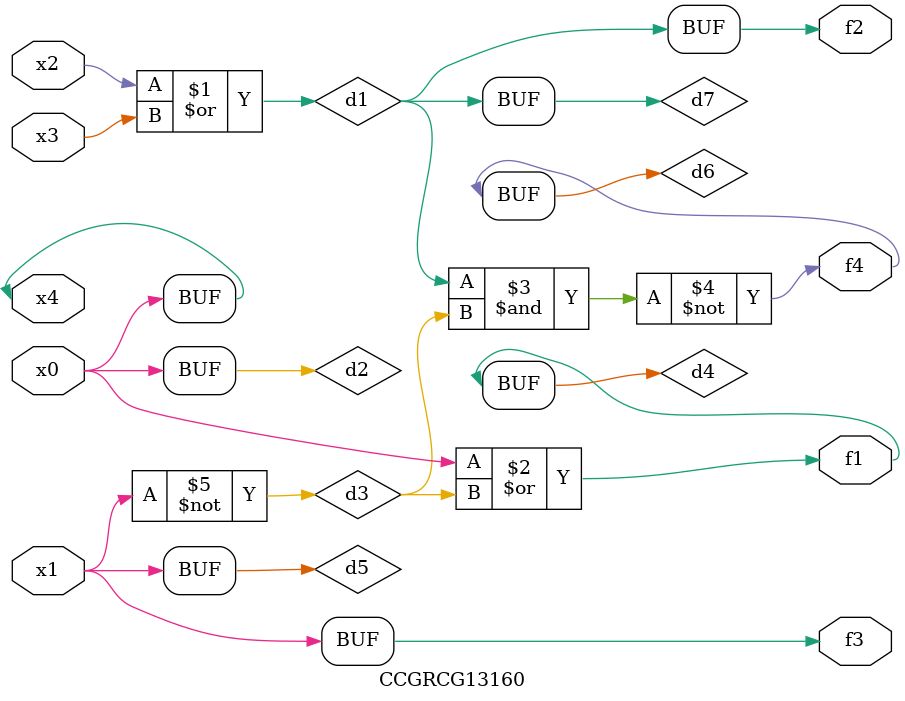
<source format=v>
module CCGRCG13160(
	input x0, x1, x2, x3, x4,
	output f1, f2, f3, f4
);

	wire d1, d2, d3, d4, d5, d6, d7;

	or (d1, x2, x3);
	buf (d2, x0, x4);
	not (d3, x1);
	or (d4, d2, d3);
	not (d5, d3);
	nand (d6, d1, d3);
	or (d7, d1);
	assign f1 = d4;
	assign f2 = d7;
	assign f3 = d5;
	assign f4 = d6;
endmodule

</source>
